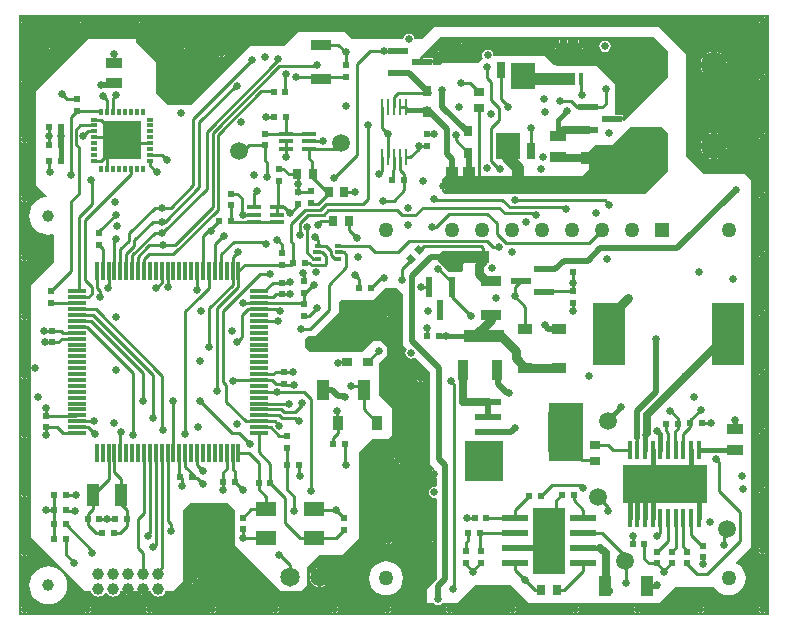
<source format=gtl>
%FSTAX24Y24*%
%MOIN*%
%SFA1B1*%

%IPPOS*%
%AMD36*
4,1,4,0.001400,-0.015300,0.015300,-0.001400,-0.001400,0.015300,-0.015300,0.001400,0.001400,-0.015300,0.0*
%
%ADD10R,0.043300X0.074800*%
%ADD11R,0.019700X0.023600*%
%ADD12R,0.023600X0.019700*%
%ADD13R,0.035400X0.031500*%
%ADD14R,0.031500X0.035400*%
%ADD15R,0.045300X0.013800*%
%ADD16R,0.040200X0.040200*%
%ADD17R,0.079900X0.090200*%
%ADD18R,0.029900X0.055100*%
%ADD19R,0.070900X0.023600*%
%ADD20R,0.031500X0.035400*%
%ADD21R,0.088000X0.067900*%
%ADD22R,0.015900X0.029900*%
%ADD23R,0.015900X0.039000*%
%ADD24R,0.037400X0.049200*%
%ADD25R,0.039400X0.066900*%
%ADD26R,0.055100X0.033500*%
%ADD27R,0.070900X0.035400*%
%ADD28R,0.059100X0.011800*%
%ADD29R,0.011800X0.059100*%
%ADD30R,0.126000X0.126000*%
%ADD31R,0.023600X0.011800*%
%ADD32R,0.011800X0.023600*%
%ADD33R,0.035400X0.031500*%
%ADD34R,0.110200X0.208700*%
%ADD35R,0.035400X0.070900*%
G04~CAMADD=36~9~0.0~0.0~197.0~236.0~0.0~0.0~0~0.0~0.0~0.0~0.0~0~0.0~0.0~0.0~0.0~0~0.0~0.0~0.0~225.0~306.0~305.0*
%ADD36D36*%
%ADD37R,0.083900X0.118100*%
%ADD38R,0.086600X0.019700*%
%ADD39R,0.023600X0.070900*%
%ADD40R,0.126000X0.096500*%
%ADD41R,0.017700X0.059100*%
%ADD42C,0.059100*%
%ADD43R,0.049200X0.037400*%
%ADD44R,0.086600X0.023600*%
%ADD45R,0.086600X0.137800*%
%ADD46R,0.019700X0.014800*%
%ADD47R,0.025600X0.011800*%
%ADD48R,0.039400X0.019700*%
%ADD49R,0.019700X0.039400*%
%ADD50R,0.011000X0.055100*%
%ADD51R,0.070900X0.047200*%
%ADD52C,0.010000*%
%ADD53C,0.020000*%
%ADD54C,0.015000*%
%ADD55C,0.030000*%
%ADD56C,0.040000*%
%ADD57C,0.025000*%
%ADD58C,0.018000*%
%ADD59C,0.031500*%
%ADD60C,0.040200*%
%ADD61C,0.019700*%
%ADD62R,0.118100X0.196900*%
%ADD63R,0.128000X0.137800*%
%ADD64R,0.110200X0.220500*%
%ADD65R,0.283500X0.126000*%
%ADD66C,0.003900*%
%ADD67C,0.050000*%
%ADD68R,0.050000X0.050000*%
%ADD69C,0.039400*%
%ADD70C,0.086600*%
%ADD71R,0.086600X0.086600*%
%ADD72C,0.065000*%
%ADD73C,0.025000*%
%LNee4951_bpm_reva-1*%
%LPD*%
G36*
X035Y006063D02*
X01D01*
Y008386*
Y026063*
X035*
Y006063*
G37*
%LNee4951_bpm_reva-2*%
%LPC*%
G36*
X023808Y008523D02*
X023741D01*
Y008456*
X023781Y008483*
X023808Y008523*
G37*
G36*
X022263Y00867D02*
X022223Y008643D01*
X022196Y008603*
X022263*
Y00867*
G37*
G36*
X022363D02*
Y008603D01*
X02243*
X022403Y008643*
X022363Y00867*
G37*
G36*
X022263Y008503D02*
X022196D01*
X022223Y008463*
X022263Y008436*
Y008503*
G37*
G36*
X02243D02*
X022363D01*
Y008436*
X022403Y008463*
X02243Y008503*
G37*
G36*
X023641Y008523D02*
X023574D01*
X023601Y008483*
X023641Y008456*
Y008523*
G37*
G36*
Y00869D02*
X023601Y008663D01*
X023574Y008623*
X023641*
Y00869*
G37*
G36*
X034753Y010147D02*
X034686D01*
X034713Y010107*
X034753Y01008*
Y010147*
G37*
G36*
X03492D02*
X034853D01*
Y01008*
X034893Y010107*
X03492Y010147*
G37*
G36*
X010147Y010235D02*
X010107Y010208D01*
X01008Y010168*
X010147*
Y010235*
G37*
G36*
X023741Y00869D02*
Y008623D01*
X023808*
X023781Y008663*
X023741Y00869*
G37*
G36*
X010147Y010068D02*
X01008D01*
X010107Y010028*
X010147Y010001*
Y010068*
G37*
G36*
X010314D02*
X010247D01*
Y010001*
X010287Y010028*
X010314Y010068*
G37*
G36*
X034853Y008345D02*
Y008278D01*
X03492*
X034893Y008318*
X034853Y008345*
G37*
G36*
X015956Y007282D02*
Y007215D01*
X016022*
X015996Y007255*
X015956Y007282*
G37*
G36*
X019978Y007644D02*
X019943Y007639D01*
X019864Y007607*
X019796Y007554*
X019744Y007487*
X019711Y007408*
X019707Y007373*
X019978*
Y007644*
G37*
G36*
X020078D02*
Y007373D01*
X020349*
X020344Y007408*
X020311Y007487*
X020259Y007554*
X020191Y007607*
X020112Y007639*
X020078Y007644*
G37*
G36*
X015856Y007115D02*
X015789D01*
X015815Y007075*
X015856Y007048*
Y007115*
G37*
G36*
X016022D02*
X015956D01*
Y007048*
X015996Y007075*
X016022Y007115*
G37*
G36*
X015856Y007282D02*
X015815Y007255D01*
X015789Y007215*
X015856*
Y007282*
G37*
G36*
X010147Y0081D02*
X01008D01*
X010107Y008059*
X010147Y008033*
Y0081*
G37*
G36*
Y008267D02*
X010107Y00824D01*
X01008Y0082*
X010147*
Y008267*
G37*
G36*
X010247D02*
Y0082D01*
X010314*
X010287Y00824*
X010247Y008267*
G37*
G36*
X034753Y008345D02*
X034713Y008318D01*
X034686Y008278*
X034753*
Y008345*
G37*
G36*
X010314Y0081D02*
X010247D01*
Y008033*
X010287Y008059*
X010314Y0081*
G37*
G36*
X034753Y008178D02*
X034686D01*
X034713Y008138*
X034753Y008111*
Y008178*
G37*
G36*
X03492D02*
X034853D01*
Y008111*
X034893Y008138*
X03492Y008178*
G37*
G36*
X010247Y010235D02*
Y010168D01*
X010314*
X010287Y010208*
X010247Y010235*
G37*
G36*
X010147Y014005D02*
X01008D01*
X010107Y013965*
X010147Y013938*
Y014005*
G37*
G36*
X010314D02*
X010247D01*
Y013938*
X010287Y013965*
X010314Y014005*
G37*
G36*
X023346Y014064D02*
X023306Y014037D01*
X023279Y013997*
X023346*
Y014064*
G37*
G36*
X034853Y012282D02*
Y012215D01*
X03492*
X034893Y012255*
X034853Y012282*
G37*
G36*
X023346Y013897D02*
X023279D01*
X023306Y013857*
X023346Y01383*
Y013897*
G37*
G36*
X023513D02*
X023446D01*
Y01383*
X023486Y013857*
X023513Y013897*
G37*
G36*
X023446Y014064D02*
Y013997D01*
X023513*
X023486Y014037*
X023446Y014064*
G37*
G36*
X010247Y014172D02*
Y014105D01*
X010314*
X010287Y014145*
X010247Y014172*
G37*
G36*
X034753Y014251D02*
X034713Y014224D01*
X034686Y014184*
X034753*
Y014251*
G37*
G36*
X034853D02*
Y014184D01*
X03492*
X034893Y014224*
X034853Y014251*
G37*
G36*
X034753Y014084D02*
X034686D01*
X034713Y014044*
X034753Y014017*
Y014084*
G37*
G36*
X03492D02*
X034853D01*
Y014017*
X034893Y014044*
X03492Y014084*
G37*
G36*
X010147Y014172D02*
X010107Y014145D01*
X01008Y014105*
X010147*
Y014172*
G37*
G36*
X034753Y012282D02*
X034713Y012255D01*
X034686Y012215*
X034753*
Y012282*
G37*
G36*
X022529Y011121D02*
X022462D01*
X022489Y011081*
X022529Y011054*
Y011121*
G37*
G36*
X022696D02*
X022629D01*
Y011054*
X022669Y011081*
X022696Y011121*
G37*
G36*
X022529Y011288D02*
X022489Y011261D01*
X022462Y011221*
X022529*
Y011288*
G37*
G36*
X034753Y010314D02*
X034713Y010287D01*
X034686Y010247*
X034753*
Y010314*
G37*
G36*
X034853D02*
Y010247D01*
X03492*
X034893Y010287*
X034853Y010314*
G37*
G36*
X023798Y010728D02*
X023732D01*
X023758Y010687*
X023798Y010661*
Y010728*
G37*
G36*
X022629Y011288D02*
Y011221D01*
X022696*
X022669Y011261*
X022629Y011288*
G37*
G36*
X03492Y012115D02*
X034853D01*
Y012048*
X034893Y012075*
X03492Y012115*
G37*
G36*
X010147Y012204D02*
X010107Y012177D01*
X01008Y012137*
X010147*
Y012204*
G37*
G36*
X010247D02*
Y012137D01*
X010314*
X010287Y012177*
X010247Y012204*
G37*
G36*
X010147Y012037D02*
X01008D01*
X010107Y011996*
X010147Y01197*
Y012037*
G37*
G36*
X010314D02*
X010247D01*
Y01197*
X010287Y011996*
X010314Y012037*
G37*
G36*
X034753Y012115D02*
X034686D01*
X034713Y012075*
X034753Y012048*
Y012115*
G37*
G36*
X020349Y007273D02*
X020078D01*
Y007002*
X020112Y007006*
X020191Y007039*
X020259Y007091*
X020311Y007159*
X020344Y007238*
X020349Y007273*
G37*
G36*
X026574Y00621D02*
X026507D01*
Y006143*
X026547Y00617*
X026574Y00621*
G37*
G36*
X028493D02*
X028426D01*
X028453Y00617*
X028493Y006143*
Y00621*
G37*
G36*
X02866D02*
X028593D01*
Y006143*
X028633Y00617*
X02866Y00621*
G37*
G36*
X02432D02*
X024253D01*
X02428Y00617*
X02432Y006143*
Y00621*
G37*
G36*
X024487D02*
X02442D01*
Y006143*
X02446Y00617*
X024487Y00621*
G37*
G36*
X026407D02*
X02634D01*
X026367Y00617*
X026407Y006143*
Y00621*
G37*
G36*
X03058D02*
X030513D01*
X03054Y00617*
X03058Y006143*
Y00621*
G37*
G36*
X034753D02*
X034686D01*
X034713Y00617*
X034753Y006143*
Y00621*
G37*
G36*
X03492D02*
X034853D01*
Y006143*
X034893Y00617*
X03492Y00621*
G37*
G36*
X010147Y006377D02*
X010107Y00635D01*
X01008Y00631*
X010147*
Y006377*
G37*
G36*
X030747Y00621D02*
X03068D01*
Y006143*
X03072Y00617*
X030747Y00621*
G37*
G36*
X032667D02*
X0326D01*
X032626Y00617*
X032667Y006143*
Y00621*
G37*
G36*
X032833D02*
X032767D01*
Y006143*
X032807Y00617*
X032833Y00621*
G37*
G36*
X0224D02*
X022333D01*
Y006143*
X022374Y00617*
X0224Y00621*
G37*
G36*
X0124D02*
X012333D01*
Y006143*
X012374Y00617*
X0124Y00621*
G37*
G36*
X01432D02*
X014253D01*
X01428Y00617*
X01432Y006143*
Y00621*
G37*
G36*
X014487D02*
X01442D01*
Y006143*
X01446Y00617*
X014487Y00621*
G37*
G36*
X010147D02*
X01008D01*
X010107Y00617*
X010147Y006143*
Y00621*
G37*
G36*
X010314D02*
X010247D01*
Y006143*
X010287Y00617*
X010314Y00621*
G37*
G36*
X012233D02*
X012167D01*
X012193Y00617*
X012233Y006143*
Y00621*
G37*
G36*
X016407D02*
X01634D01*
X016367Y00617*
X016407Y006143*
Y00621*
G37*
G36*
X020462D02*
X020395D01*
X020422Y00617*
X020462Y006143*
Y00621*
G37*
G36*
X020629D02*
X020562D01*
Y006143*
X020602Y00617*
X020629Y00621*
G37*
G36*
X022233D02*
X022167D01*
X022193Y00617*
X022233Y006143*
Y00621*
G37*
G36*
X016574D02*
X016507D01*
Y006143*
X016547Y00617*
X016574Y00621*
G37*
G36*
X018493D02*
X018426D01*
X018453Y00617*
X018493Y006143*
Y00621*
G37*
G36*
X01866D02*
X018593D01*
Y006143*
X018633Y00617*
X01866Y00621*
G37*
G36*
X010247Y006377D02*
Y00631D01*
X010314*
X010287Y00635*
X010247Y006377*
G37*
G36*
X028593D02*
Y00631D01*
X02866*
X028633Y00635*
X028593Y006377*
G37*
G36*
X03058D02*
X03054Y00635D01*
X030513Y00631*
X03058*
Y006377*
G37*
G36*
X03068D02*
Y00631D01*
X030747*
X03072Y00635*
X03068Y006377*
G37*
G36*
X026407D02*
X026367Y00635D01*
X02634Y00631*
X026407*
Y006377*
G37*
G36*
X026507D02*
Y00631D01*
X026574*
X026547Y00635*
X026507Y006377*
G37*
G36*
X028493D02*
X028453Y00635D01*
X028426Y00631*
X028493*
Y006377*
G37*
G36*
X032667D02*
X032626Y00635D01*
X0326Y00631*
X032667*
Y006377*
G37*
G36*
X010984Y007681D02*
X010861Y007669D01*
X010742Y007633*
X010632Y007574*
X010536Y007495*
X010457Y007399*
X010399Y00729*
X010363Y007171*
X01035Y007047*
X010363Y006924*
X010399Y006805*
X010457Y006695*
X010536Y006599*
X010632Y00652*
X010742Y006462*
X010861Y006426*
X010984Y006413*
X011108Y006426*
X011227Y006462*
X011336Y00652*
X011432Y006599*
X011511Y006695*
X01157Y006805*
X011606Y006924*
X011618Y007047*
X011606Y007171*
X01157Y00729*
X011511Y007399*
X011432Y007495*
X011336Y007574*
X011227Y007633*
X011108Y007669*
X010984Y007681*
G37*
G36*
X022244Y007848D02*
X022098Y007829D01*
X021962Y007773*
X021845Y007683*
X021755Y007566*
X021699Y00743*
X021679Y007283*
X021699Y007137*
X021755Y007001*
X021845Y006884*
X02195Y006803*
X021962Y006794*
X022098Y006738*
X022244Y006719*
X02239Y006738*
X022527Y006794*
X022643Y006884*
X022733Y007001*
X02279Y007137*
X022809Y007283*
X02279Y00743*
X022733Y007566*
X022643Y007683*
X022527Y007773*
X02239Y007829*
X022244Y007848*
G37*
G36*
X019978Y007273D02*
X019707D01*
X019711Y007238*
X019744Y007159*
X019796Y007091*
X019864Y007039*
X019943Y007006*
X019978Y007002*
Y007273*
G37*
G36*
X032767Y006377D02*
Y00631D01*
X032833*
X032807Y00635*
X032767Y006377*
G37*
G36*
X034753D02*
X034713Y00635D01*
X034686Y00631*
X034753*
Y006377*
G37*
G36*
X034853D02*
Y00631D01*
X03492*
X034893Y00635*
X034853Y006377*
G37*
G36*
X02442D02*
Y00631D01*
X024487*
X02446Y00635*
X02442Y006377*
G37*
G36*
X01442D02*
Y00631D01*
X014487*
X01446Y00635*
X01442Y006377*
G37*
G36*
X016407D02*
X016367Y00635D01*
X01634Y00631*
X016407*
Y006377*
G37*
G36*
X016507D02*
Y00631D01*
X016574*
X016547Y00635*
X016507Y006377*
G37*
G36*
X012233D02*
X012193Y00635D01*
X012167Y00631*
X012233*
Y006377*
G37*
G36*
X012333D02*
Y00631D01*
X0124*
X012374Y00635*
X012333Y006377*
G37*
G36*
X01432D02*
X01428Y00635D01*
X014253Y00631*
X01432*
Y006377*
G37*
G36*
X018493D02*
X018453Y00635D01*
X018426Y00631*
X018493*
Y006377*
G37*
G36*
X022233D02*
X022193Y00635D01*
X022167Y00631*
X022233*
Y006377*
G37*
G36*
X022333D02*
Y00631D01*
X0224*
X022374Y00635*
X022333Y006377*
G37*
G36*
X02432D02*
X02428Y00635D01*
X024253Y00631*
X02432*
Y006377*
G37*
G36*
X018593D02*
Y00631D01*
X01866*
X018633Y00635*
X018593Y006377*
G37*
G36*
X020462D02*
X020422Y00635D01*
X020395Y00631*
X020462*
Y006377*
G37*
G36*
X020562D02*
Y00631D01*
X020629*
X020602Y00635*
X020562Y006377*
G37*
G36*
X016702Y024733D02*
X016635D01*
X016662Y024693*
X016702Y024667*
Y024733*
G37*
G36*
X016869D02*
X016802D01*
Y024667*
X016842Y024693*
X016869Y024733*
G37*
G36*
X033219Y02484D02*
Y024459D01*
X0336*
X033591Y024523*
X033548Y024628*
X033478Y024718*
X033388Y024788*
X033282Y024831*
X033219Y02484*
G37*
G36*
X034853Y024093D02*
Y024026D01*
X03492*
X034893Y024067*
X034853Y024093*
G37*
G36*
X033119Y02484D02*
X033056Y024831D01*
X032951Y024788*
X03286Y024718*
X032791Y024628*
X032747Y024523*
X032739Y024459*
X033119*
Y02484*
G37*
G36*
X011032Y02496D02*
X010965D01*
Y024893*
X011005Y02492*
X011032Y02496*
G37*
G36*
X015373D02*
X015306D01*
X015333Y02492*
X015373Y024893*
Y02496*
G37*
G36*
X010865D02*
X010798D01*
X010825Y02492*
X010865Y024893*
Y02496*
G37*
G36*
X016702Y0249D02*
X016662Y024874D01*
X016635Y024833*
X016702*
Y0249*
G37*
G36*
X016802D02*
Y024833D01*
X016869*
X016842Y024874*
X016802Y0249*
G37*
G36*
X034753Y024093D02*
X034713Y024067D01*
X034686Y024026*
X034753*
Y024093*
G37*
G36*
X010314Y023848D02*
X010247D01*
Y023781*
X010287Y023808*
X010314Y023848*
G37*
G36*
X034753Y023926D02*
X034686D01*
X034713Y023886*
X034753Y023859*
Y023926*
G37*
G36*
X010147Y023848D02*
X01008D01*
X010107Y023808*
X010147Y023781*
Y023848*
G37*
G36*
X034753Y022125D02*
X034713Y022098D01*
X034686Y022058*
X034753*
Y022125*
G37*
G36*
X034853D02*
Y022058D01*
X03492*
X034893Y022098*
X034853Y022125*
G37*
G36*
X033119Y024359D02*
X032739D01*
X032747Y024296*
X032791Y024191*
X03286Y024101*
X032951Y024031*
X033056Y023988*
X033119Y023979*
Y024359*
G37*
G36*
X0336D02*
X033219D01*
Y023979*
X033282Y023988*
X033388Y024031*
X033478Y024101*
X033548Y024191*
X033591Y024296*
X0336Y024359*
G37*
G36*
X010247Y024015D02*
Y023948D01*
X010314*
X010287Y023988*
X010247Y024015*
G37*
G36*
X03492Y023926D02*
X034853D01*
Y023859*
X034893Y023886*
X03492Y023926*
G37*
G36*
X010147Y024015D02*
X010107Y023988D01*
X01008Y023948*
X010147*
Y024015*
G37*
G36*
X01554Y02496D02*
X015473D01*
Y024893*
X015513Y02492*
X01554Y02496*
G37*
G36*
X010247Y025983D02*
Y025916D01*
X010314*
X010287Y025956*
X010247Y025983*
G37*
G36*
X012115D02*
X012075Y025956D01*
X012048Y025916*
X012115*
Y025983*
G37*
G36*
X010147D02*
X010107Y025956D01*
X01008Y025916*
X010147*
Y025983*
G37*
G36*
X034753Y025816D02*
X034686D01*
X034713Y025776*
X034753Y025749*
Y025816*
G37*
G36*
X03492D02*
X034853D01*
Y025749*
X034893Y025776*
X03492Y025816*
G37*
G36*
X034753Y025983D02*
X034713Y025956D01*
X034686Y025916*
X034753*
Y025983*
G37*
G36*
X034853D02*
Y025916D01*
X03492*
X034893Y025956*
X034853Y025983*
G37*
G36*
X014184D02*
Y025916D01*
X014251*
X014224Y025956*
X014184Y025983*
G37*
G36*
X012215D02*
Y025916D01*
X012282*
X012255Y025956*
X012215Y025983*
G37*
G36*
X014084D02*
X014044Y025956D01*
X014017Y025916*
X014084*
Y025983*
G37*
G36*
X014251Y025816D02*
X014184D01*
Y025749*
X014224Y025776*
X014251Y025816*
G37*
G36*
X015473Y025127D02*
Y02506D01*
X01554*
X015513Y0251*
X015473Y025127*
G37*
G36*
X031339Y025669D02*
X023858D01*
X023465Y025276*
X023187*
X023176Y025328*
X023135Y025389*
X023074Y02543*
X023002Y025445*
X02293Y02543*
X022869Y025389*
X022828Y025328*
X022817Y025276*
X021102*
X020866Y025512*
X019331*
X018858Y025039*
X017717*
X015748Y023071*
X014961*
X014567Y023465*
Y023701*
Y024488*
X013898Y025157*
Y025276*
X012323*
X010591Y023543*
Y020394*
X010939Y020045*
X010922Y019998*
X010861Y019992*
X010742Y019956*
X010632Y019897*
X010536Y019818*
X010457Y019722*
X010399Y019613*
X010363Y019494*
X01035Y01937*
X010363Y019246*
X010399Y019127*
X010457Y019018*
X010536Y018922*
X010632Y018843*
X010742Y018784*
X010861Y018748*
X010984Y018736*
X011108Y018748*
X011141Y018758*
X011181Y018729*
Y017835*
X010394Y017047*
Y008661*
X012205Y00685*
X012399*
X012417Y006806*
X012459Y006752*
X012512Y006711*
X012575Y006685*
X012642Y006676*
X012709Y006685*
X012771Y006711*
X012825Y006752*
X012864Y006803*
X012881Y006806*
X012903*
X012919Y006803*
X012959Y006752*
X013012Y006711*
X013075Y006685*
X013142Y006676*
X013209Y006685*
X013271Y006711*
X013325Y006752*
X013366Y006806*
X013385Y00685*
X013462*
X0135Y006793*
X013565Y00675*
X013592Y006744*
Y006935*
X013692*
Y006744*
X013719Y00675*
X013784Y006793*
X013822Y00685*
X013962*
X014Y006793*
X014065Y00675*
X014092Y006744*
Y006935*
X014192*
Y006744*
X014219Y00675*
X014284Y006793*
X014322Y00685*
X014399*
X014417Y006806*
X014459Y006752*
X014512Y006711*
X014575Y006685*
X014642Y006676*
X014709Y006685*
X014771Y006711*
X014825Y006752*
X014866Y006806*
X014885Y00685*
X015128*
X015125Y006857*
X015472Y007205*
Y009567*
X015709Y009803*
X016968*
X017205Y009567*
Y008386*
X018733Y006857*
X018731Y00685*
X019409*
X019606Y007047*
Y007677*
X02Y008071*
X020787*
X021181Y008465*
X021339Y008622*
Y01122*
Y011496*
X021772Y011929*
X022323*
X022441Y012047*
Y012953*
X022008Y013386*
Y014449*
X022283Y014724*
Y015*
X022087Y015197*
X021811*
X021457Y014843*
X019685*
X019528Y015*
Y015236*
X019646Y015354*
X019882*
X020669Y016142*
Y016496*
X020748Y016575*
X021811*
X022205Y016968*
X022598*
X022795Y016772*
Y015197*
Y015079*
X022938Y014936*
X022937Y014927*
X022897Y014865*
X022882Y014793*
X022897Y014721*
X022937Y01466*
X022999Y014619*
X023071Y014605*
X023143Y014619*
X023204Y01466*
X023213Y014661*
X023701Y014173*
Y011102*
X023851Y010953*
X02385Y010948*
X023831Y010902*
X0238Y010895*
X023758Y010868*
X023732Y010828*
X023848*
Y010778*
X023898*
Y010652*
X023937Y010631*
Y010372*
X023887Y010331*
X023858Y010336*
X023786Y010322*
X023725Y010281*
X023684Y01022*
X02367Y010148*
X023684Y010075*
X023725Y010014*
X023786Y009973*
X023858Y009959*
X023887Y009965*
X023937Y009924*
Y009803*
Y007244*
X023622Y006929*
Y006457*
X023849*
X023853Y006451*
X023914Y00641*
X023986Y006396*
X024058Y00641*
X02412Y006451*
X024123Y006457*
X024606*
X025197Y007047*
X026417*
X027008Y006457*
X031339*
X03189Y007008*
X033071*
X033109Y007046*
X033158Y007036*
X033172Y007001*
X033262Y006884*
X033379Y006794*
X033515Y006738*
X033661Y006719*
X033808Y006738*
X033944Y006794*
X034061Y006884*
X034151Y007001*
X034207Y007137*
X034226Y007283*
X034207Y00743*
X034151Y007566*
X034061Y007683*
X033944Y007773*
X033909Y007787*
X033899Y007836*
X034409Y008346*
Y020551*
X034213Y020748*
X032835*
X032244Y021339*
Y024764*
X031339Y025669*
G37*
G36*
X015373Y025127D02*
X015333Y0251D01*
X015306Y02506*
X015373*
Y025127*
G37*
G36*
X010865D02*
X010825Y0251D01*
X010798Y02506*
X010865*
Y025127*
G37*
G36*
X010965D02*
Y02506D01*
X011032*
X011005Y0251*
X010965Y025127*
G37*
G36*
X012282Y025816D02*
X012215D01*
Y025749*
X012255Y025776*
X012282Y025816*
G37*
G36*
X014084D02*
X014017D01*
X014044Y025776*
X014084Y025749*
Y025816*
G37*
G36*
X012115D02*
X012048D01*
X012075Y025776*
X012115Y025749*
Y025816*
G37*
G36*
X010147D02*
X01008D01*
X010107Y025776*
X010147Y025749*
Y025816*
G37*
G36*
X010314D02*
X010247D01*
Y025749*
X010287Y025776*
X010314Y025816*
G37*
G36*
X010247Y022046D02*
Y021979D01*
X010314*
X010287Y022019*
X010247Y022046*
G37*
G36*
X010147Y020078D02*
X010107Y020051D01*
X01008Y020011*
X010147*
Y020078*
G37*
G36*
X010247D02*
Y020011D01*
X010314*
X010287Y020051*
X010247Y020078*
G37*
G36*
X034753Y019989D02*
X034686D01*
X034713Y019949*
X034753Y019922*
Y019989*
G37*
G36*
X03492D02*
X034853D01*
Y019922*
X034893Y019949*
X03492Y019989*
G37*
G36*
X034853Y016219D02*
Y016152D01*
X03492*
X034893Y016192*
X034853Y016219*
G37*
G36*
X034753Y020156D02*
X034713Y020129D01*
X034686Y020089*
X034753*
Y020156*
G37*
G36*
X034853D02*
Y020089D01*
X03492*
X034893Y020129*
X034853Y020156*
G37*
G36*
X034753Y016219D02*
X034713Y016192D01*
X034686Y016152*
X034753*
Y016219*
G37*
G36*
X022235Y01619D02*
Y016123D01*
X022302*
X022275Y016163*
X022235Y01619*
G37*
G36*
X010314Y019911D02*
X010247D01*
Y019844*
X010287Y019871*
X010314Y019911*
G37*
G36*
X034753Y018188D02*
X034713Y018161D01*
X034686Y018121*
X034753*
Y018188*
G37*
G36*
X034853D02*
Y018121D01*
X03492*
X034893Y018161*
X034853Y018188*
G37*
G36*
X010147Y018109D02*
X010107Y018082D01*
X01008Y018042*
X010147*
Y018109*
G37*
G36*
X010247D02*
Y018042D01*
X010314*
X010287Y018082*
X010247Y018109*
G37*
G36*
X03492Y018021D02*
X034853D01*
Y017954*
X034893Y017981*
X03492Y018021*
G37*
G36*
X010147Y017942D02*
X01008D01*
X010107Y017902*
X010147Y017875*
Y017942*
G37*
G36*
Y019911D02*
X01008D01*
X010107Y019871*
X010147Y019844*
Y019911*
G37*
G36*
X034753Y018021D02*
X034686D01*
X034713Y017981*
X034753Y017954*
Y018021*
G37*
G36*
X010314Y017942D02*
X010247D01*
Y017875*
X010287Y017902*
X010314Y017942*
G37*
G36*
X022135Y01619D02*
X022095Y016163D01*
X022068Y016123*
X022135*
Y01619*
G37*
G36*
X010147Y015974D02*
X01008D01*
X010107Y015934*
X010147Y015907*
Y015974*
G37*
G36*
X033219Y022123D02*
Y021743D01*
X0336*
X033591Y021806*
X033548Y021911*
X033478Y022002*
X033388Y022071*
X033282Y022115*
X033219Y022123*
G37*
G36*
X010314Y015974D02*
X010247D01*
Y015907*
X010287Y015934*
X010314Y015974*
G37*
G36*
X033119Y022123D02*
X033056Y022115D01*
X032951Y022071*
X03286Y022002*
X032791Y021911*
X032747Y021806*
X032739Y021743*
X033119*
Y022123*
G37*
G36*
X010147Y021879D02*
X01008D01*
X010107Y021839*
X010147Y021812*
Y021879*
G37*
G36*
X03492Y021958D02*
X034853D01*
Y021891*
X034893Y021918*
X03492Y021958*
G37*
G36*
X010147Y022046D02*
X010107Y022019D01*
X01008Y021979*
X010147*
Y022046*
G37*
G36*
X010314Y021879D02*
X010247D01*
Y021812*
X010287Y021839*
X010314Y021879*
G37*
G36*
X034753Y021958D02*
X034686D01*
X034713Y021918*
X034753Y021891*
Y021958*
G37*
G36*
X022135Y016023D02*
X022068D01*
X022095Y015983*
X022135Y015956*
Y016023*
G37*
G36*
X03492Y016052D02*
X034853D01*
Y015985*
X034893Y016012*
X03492Y016052*
G37*
G36*
X034753D02*
X034686D01*
X034713Y016012*
X034753Y015985*
Y016052*
G37*
G36*
X010247Y016141D02*
Y016074D01*
X010314*
X010287Y016114*
X010247Y016141*
G37*
G36*
X010147D02*
X010107Y016114D01*
X01008Y016074*
X010147*
Y016141*
G37*
G36*
X0336Y021643D02*
X033219D01*
Y021263*
X033282Y021271*
X033388Y021315*
X033478Y021384*
X033548Y021475*
X033591Y02158*
X0336Y021643*
G37*
G36*
X022302Y016023D02*
X022235D01*
Y015956*
X022275Y015983*
X022302Y016023*
G37*
G36*
X033119Y021643D02*
X032739D01*
X032747Y02158*
X032791Y021475*
X03286Y021384*
X032951Y021315*
X033056Y021271*
X033119Y021263*
Y021643*
G37*
%LNee4951_bpm_reva-3*%
%LPD*%
G36*
X024892Y017953D02*
Y017854D01*
X024793Y017756*
Y017569*
X024734Y01751*
X024341*
X023986Y017864*
Y018061*
X024124Y018199*
X024774*
X024892Y017953*
G37*
G36*
X031644Y022126D02*
Y020876D01*
X030866Y020098*
X024193*
X024099Y020193*
X024123Y020239*
X024134Y020237*
X024183Y020246*
X024224Y020274*
X024251Y020314*
X024134*
Y020413*
X024094*
Y02061*
X024193Y020709*
X028799*
X029016Y020925*
Y020984*
Y021039*
Y021535*
X029086Y021605*
X029213Y021732*
X029793*
X030187Y022126*
X030384Y022323*
X031447*
X031644Y022126*
G37*
G36*
X031634Y024852D02*
Y023976D01*
X03018Y022523*
X03013Y022544*
Y022557*
X029776*
Y022657*
X03013*
Y022725*
X029862*
Y02376*
X029272Y02435*
X028834*
X028786Y024355*
Y0244*
Y024645*
X028346*
X027906*
Y024408*
X027857Y024388*
X027539Y024705*
X025827*
X025819Y024715*
X025804Y024787*
X025763Y024848*
X025702Y024889*
X02563Y024903*
X025558Y024889*
X025497Y024848*
X025456Y024787*
X025441Y024715*
X025456Y024642*
X025465Y024628*
X025315Y024478*
X024134*
X024035Y02438*
X023792*
Y024447*
X023437*
Y024497*
X023387*
Y024622*
X023372Y024661*
X024055Y025344*
X031142*
X031634Y024852*
G37*
%LNee4951_bpm_reva-4*%
%LPC*%
G36*
X028296Y025238D02*
X028267D01*
Y025139*
X028296*
Y025238*
G37*
G36*
X028426D02*
X028397D01*
Y025139*
X028426*
Y025238*
G37*
G36*
X028556D02*
X028526D01*
Y025139*
X028556*
Y025238*
G37*
G36*
X024706Y025284D02*
Y025217D01*
X024772*
X024746Y025257*
X024706Y025284*
G37*
G36*
X024606D02*
X024565Y025257D01*
X024539Y025217*
X024606*
Y025284*
G37*
G36*
X028167Y025238D02*
X028137D01*
Y025139*
X028167*
Y025238*
G37*
G36*
X031437Y024843D02*
X031054D01*
Y024459*
X031437*
Y024843*
G37*
G36*
X030954Y021643D02*
X030571D01*
Y02126*
X030954*
Y021643*
G37*
G36*
X023792Y024615D02*
X023487D01*
Y024547*
X023792*
Y024615*
G37*
G36*
X024044Y024861D02*
X023978D01*
X024004Y024821*
X024044Y024794*
Y024861*
G37*
G36*
X028556Y025039D02*
X028476D01*
X028397*
Y025034*
X028396*
Y024745*
X028786*
Y024939*
X028816*
Y025039*
X028736*
X028656*
Y025034*
X028556*
Y025039*
G37*
G36*
X030954Y024843D02*
X030571D01*
Y024459*
X030954*
Y024843*
G37*
G36*
Y024359D02*
X030571D01*
Y023976*
X030954*
Y024359*
G37*
G36*
X031437Y022126D02*
X031054D01*
Y021743*
X031437*
Y022126*
G37*
G36*
Y024359D02*
X031054D01*
Y023976*
X031437*
Y024359*
G37*
G36*
Y021643D02*
X031054D01*
Y02126*
X031437*
Y021643*
G37*
G36*
X030954Y022126D02*
X030571D01*
Y021743*
X030954*
Y022126*
G37*
G36*
X027907Y025238D02*
X027877D01*
Y025139*
X027907*
Y025238*
G37*
G36*
X024772Y025117D02*
X024706D01*
Y02505*
X024746Y025077*
X024772Y025117*
G37*
G36*
X028686Y025238D02*
X028656D01*
Y025139*
X028686*
Y025238*
G37*
G36*
X028816D02*
X028786D01*
Y025139*
X028816*
Y025238*
G37*
G36*
X028036D02*
X028007D01*
Y025139*
X028036*
Y025238*
G37*
G36*
X024606Y025117D02*
X024539D01*
X024565Y025077*
X024606Y02505*
Y025117*
G37*
G36*
X029537Y025208D02*
X029465Y025194D01*
X029404Y025153*
X029363Y025092*
X029349Y02502*
X029363Y024948*
X029404Y024886*
X029465Y024845*
X029537Y024831*
X02961Y024845*
X029671Y024886*
X029712Y024948*
X029726Y02502*
X029712Y025092*
X029671Y025153*
X02961Y025194*
X029537Y025208*
G37*
G36*
X024211Y024861D02*
X024144D01*
Y024794*
X024185Y024821*
X024211Y024861*
G37*
G36*
X024044Y025028D02*
X024004Y025002D01*
X023978Y024961*
X024044*
Y025028*
G37*
G36*
X028296Y025039D02*
X028217D01*
X028137*
Y025034*
X028036*
Y025039*
X027957*
X027877*
Y024939*
X027906*
Y024745*
X028296*
Y025034*
Y025039*
G37*
G36*
X024144Y025028D02*
Y024961D01*
X024211*
X024185Y025002*
X024144Y025028*
G37*
%LNee4951_bpm_reva-5*%
%LPD*%
G54D10*
X013406Y010079D03*
X012461D03*
G54D11*
X013169Y008789D03*
X012776D03*
X013218Y009262D03*
X013612D03*
X012687D03*
X012293D03*
X011565Y008583D03*
X011171D03*
X011565Y009085D03*
X011171D03*
X011565Y009567D03*
X011171D03*
X011565Y010059D03*
X011171D03*
X021732Y016949D03*
X021339D03*
X017077Y019203D03*
X016683D03*
X032372Y012451D03*
X032766D03*
X02811Y010079D03*
X028504D03*
X019547Y017805D03*
X019154D03*
X015384Y01065D03*
X015778D03*
X018888Y023504D03*
X018494D03*
X011014Y022323D03*
X011407D03*
X017215Y010492D03*
X016821D03*
X011014Y021732D03*
X011407D03*
X018514Y022657D03*
X018907D03*
X011024Y021211D03*
X011417D03*
X018957Y011053D03*
X01935D03*
X018386Y010472D03*
X017992D03*
X030463Y008425D03*
X030856D03*
X025364Y00878D03*
X02497D03*
X031959Y012441D03*
X031565D03*
X020876Y011772D03*
X020482D03*
X027008Y010039D03*
X027402D03*
X025197Y009281D03*
X025591D03*
X024016Y015354D03*
X023622D03*
X022441Y020561D03*
X022835D03*
G54D12*
X012667Y01878D03*
Y018386D03*
X017077Y020108D03*
Y019715D03*
X011073Y016457D03*
Y01685D03*
X019301Y019764D03*
Y020157D03*
X01876Y017746D03*
Y01814D03*
X018199Y021713D03*
Y022106D03*
X020915Y02439D03*
Y023996D03*
X018789Y016752D03*
Y017146D03*
X018848Y01376D03*
Y014154D03*
X010906Y012315D03*
Y012709D03*
X011122Y015148D03*
Y015541D03*
X011949Y022874D03*
Y023268D03*
X01748Y008917D03*
Y009311D03*
X020837Y009281D03*
Y008888D03*
X018671Y020935D03*
Y020541D03*
X019754Y020187D03*
Y019793D03*
X018957Y011644D03*
Y012037D03*
X025404Y008189D03*
Y007795D03*
X032795Y007982D03*
Y008376D03*
X024892Y007795D03*
Y008189D03*
X028465Y01748D03*
Y017874D03*
Y016457D03*
Y01685D03*
X032283Y007785D03*
Y008179D03*
X031762Y007785D03*
Y008179D03*
X03126Y007785D03*
Y008179D03*
X023593Y021693D03*
Y022087D03*
X019498Y016811D03*
Y017205D03*
X019508Y016427D03*
Y016033D03*
G54D13*
X020935Y014508D03*
X021644D03*
G54D14*
X023593Y022835D03*
Y023543D03*
X02499Y021476D03*
Y022185D03*
G54D15*
X017854Y019665D03*
Y019409D03*
Y019154D03*
X018602D03*
Y019409D03*
Y019665D03*
X018917Y021594D03*
Y02185D03*
Y022106D03*
X019665D03*
Y02185D03*
Y021594D03*
G54D16*
X025037Y015354D03*
X025986D03*
X025474Y018002D03*
X024526D03*
G54D17*
X026815Y024039D03*
X026315Y021689D03*
G54D18*
X026065Y024215D03*
X027065Y021514D03*
G54D19*
X029776Y022607D03*
X028989Y022233D03*
Y022981D03*
X02265Y024871D03*
Y024123D03*
X023437Y024497D03*
X02673Y017206D03*
X027517Y01758D03*
Y016832D03*
G54D20*
X020994Y019193D03*
X020482D03*
X020335Y020157D03*
X020846D03*
X019282Y020768D03*
X019793D03*
X027933Y00689D03*
X027421D03*
G54D21*
X028346Y024695D03*
G54D22*
X027957Y025089D03*
X028217D03*
X028476D03*
X028736D03*
G54D23*
X028736Y023913D03*
X028476D03*
X028217D03*
X027957D03*
G54D24*
X021949Y01247D03*
X02065D03*
G54D25*
X020128Y013553D03*
X021506D03*
X029557Y007037D03*
X030935D03*
G54D26*
X013169Y023789D03*
Y024478D03*
X033868Y011575D03*
Y012264D03*
X027972Y021339D03*
Y022028D03*
G54D27*
X020069Y025069D03*
Y023927D03*
X025728Y017205D03*
Y016063D03*
G54D28*
X011929Y01685D03*
Y016654D03*
Y016457D03*
Y01626D03*
Y016063D03*
Y015866D03*
Y015669D03*
Y015472D03*
Y015276D03*
Y015079D03*
Y014882D03*
Y014685D03*
Y014488D03*
Y014291D03*
Y014094D03*
Y013898D03*
Y013701D03*
Y013504D03*
Y013307D03*
Y01311D03*
Y012913D03*
Y012717D03*
Y01252D03*
Y012323D03*
Y012126D03*
X017992D03*
Y012323D03*
Y01252D03*
Y012717D03*
Y012913D03*
Y01311D03*
Y013307D03*
Y013504D03*
Y013701D03*
Y013898D03*
Y014094D03*
Y014291D03*
Y014488D03*
Y014685D03*
Y014882D03*
Y015079D03*
Y015276D03*
Y015472D03*
Y015669D03*
Y015866D03*
Y016063D03*
Y01626D03*
Y016457D03*
Y016654D03*
Y01685D03*
G54D29*
X012598Y011457D03*
X012795D03*
X012992D03*
X013189D03*
X013386D03*
X013583D03*
X01378D03*
X013976D03*
X014173D03*
X01437D03*
X014567D03*
X014764D03*
X014961D03*
X015157D03*
X015354D03*
X015551D03*
X015748D03*
X015945D03*
X016339D03*
X016535D03*
X016732D03*
X016929D03*
X017126D03*
X017323D03*
Y01752D03*
X017126D03*
X016929D03*
X016732D03*
X016535D03*
X016339D03*
X016142D03*
X015945D03*
X015748D03*
X015551D03*
X015354D03*
X015157D03*
X014961D03*
X014764D03*
X014567D03*
X01437D03*
X014173D03*
X013976D03*
X01378D03*
X013583D03*
X013386D03*
X013189D03*
X012992D03*
X012795D03*
X012598D03*
X016142Y011457D03*
G54D30*
X013445Y02189D03*
G54D31*
X01439Y021201D03*
Y021398D03*
Y021594D03*
Y021791D03*
Y021988D03*
Y022185D03*
Y022382D03*
Y022579D03*
X0125D03*
Y022382D03*
Y022185D03*
Y021988D03*
Y021791D03*
Y021594D03*
Y021398D03*
Y021201D03*
G54D32*
X014134Y022835D03*
X013937D03*
X01374D03*
X013543D03*
X013346D03*
X01315D03*
X012953D03*
X012756D03*
Y020945D03*
X012953D03*
X01315D03*
X013346D03*
X013543D03*
X01374D03*
X013937D03*
X014134D03*
G54D33*
X029213Y011713D03*
Y011201D03*
X025344Y022972D03*
Y023484D03*
G54D34*
X029665Y015433D03*
X033642D03*
G54D35*
X024813Y014232D03*
X025955D03*
G54D36*
X023348Y01822D03*
X023069Y017942D03*
G54D37*
X027677Y008543D03*
G54D38*
X026545Y007793D03*
Y008293D03*
Y008793D03*
Y009293D03*
X028809D03*
Y008793D03*
Y008293D03*
Y007793D03*
G54D39*
X024054Y016218D03*
X02368Y017005D03*
X024428D03*
G54D40*
X031516Y010433D03*
G54D41*
X030364Y011575D03*
X03062D03*
X030876D03*
X031132D03*
X031388D03*
X031644D03*
X0319D03*
X032156D03*
X032411D03*
X032667D03*
Y009291D03*
X032411D03*
X032156D03*
X0319D03*
X031644D03*
X031388D03*
X031132D03*
X030876D03*
X03062D03*
X030364D03*
G54D42*
X017343Y021545D03*
X029311Y01D03*
X033612Y008937D03*
X030207Y007864D03*
X029656Y01252D03*
X020748Y021811D03*
G54D43*
X027992Y01561D03*
Y014311D03*
X02689Y01561D03*
Y014311D03*
G54D44*
X02563Y013175D03*
Y012675D03*
Y012175D03*
Y011675D03*
Y011175D03*
G54D45*
X028071Y012175D03*
G54D46*
X02065Y018361D03*
Y017938D03*
X01998D03*
Y018361D03*
G54D47*
X020679Y01815D03*
X019951D03*
G54D48*
X026644Y02061D03*
Y020886D03*
X02502Y02061D03*
Y020886D03*
X024429Y02061D03*
Y020886D03*
G54D49*
X029134Y021299D03*
X028858D03*
G54D50*
X022904Y022998D03*
X022707D03*
X02251D03*
X022313D03*
X022116D03*
Y021313D03*
X022313D03*
X02251D03*
X022707D03*
X022904D03*
G54D51*
X019833Y008642D03*
X018258D03*
Y009587D03*
X019833D03*
G54D52*
X013543Y021791D02*
X01439D01*
X018839Y019665D02*
X019045Y019459D01*
X024428Y017005D02*
Y017147D01*
X023976Y017598D02*
X024428Y017147D01*
X023514Y018376D02*
X025399D01*
X023371Y018233D02*
X023514Y018376D01*
X014577Y016949D02*
X014764Y017136D01*
X014567Y016949D02*
X014577D01*
X014764Y017136D02*
Y01752D01*
X014961Y017018D02*
X01497Y017008D01*
X025813Y018327D02*
X026024D01*
X025602Y018538D02*
X025813Y018327D01*
X025399Y018376D02*
X025474Y018301D01*
X022628Y018169D02*
X022996Y018538D01*
X025474Y018002D02*
Y018301D01*
X02376Y018996D02*
X023907D01*
X02435Y019439*
X022766Y01938D02*
X023209D01*
X023602Y01562D02*
X023622Y0156D01*
Y015354D02*
Y0156D01*
X022776Y017608D02*
X023095Y017928D01*
X022776Y017215D02*
Y017608D01*
X022996Y018538D02*
X025602D01*
X023406Y017008D02*
X023677D01*
X02368Y017005*
X012992Y016968D02*
Y01752D01*
X012972Y016949D02*
X012992Y016968D01*
X014961Y017018D02*
Y01752D01*
X030994Y007785D02*
X03126D01*
X030856Y007923D02*
X030994Y007785D01*
X030856Y007923D02*
Y008425D01*
X017687Y021713D02*
X018199D01*
X017589Y021614D02*
X017687Y021713D01*
X010915Y009557D02*
X010925Y009567D01*
X020531Y021594D02*
X020748Y021811D01*
X019665Y021594D02*
X020531D01*
X018819Y020945D02*
X018996Y020768D01*
X01875Y020945D02*
X018819D01*
X013612Y009262D02*
D01*
Y009016D02*
Y009262D01*
X013386Y008789D02*
X013612Y009016D01*
X013169Y008789D02*
X013386D01*
X012559D02*
X012776D01*
X012293Y009055D02*
X012559Y008789D01*
X012293Y009055D02*
Y009262D01*
X012461Y010079D02*
X012992Y01061D01*
Y011457*
X012461Y009606D02*
Y010079D01*
X012293Y009439D02*
X012461Y009606D01*
X012293Y009262D02*
Y009439D01*
X012953Y009262D02*
X013218D01*
X012687D02*
X012953D01*
X013612D02*
D01*
Y009557*
X013406Y009764D02*
X013612Y009557D01*
X013406Y009764D02*
Y010079D01*
Y01061*
X013189Y010827D02*
X013406Y01061D01*
X013189Y010827D02*
Y011457D01*
X013819Y012057D02*
Y014134D01*
X013809Y012047D02*
X013819Y012057D01*
X012392Y015866D02*
X014144Y014114D01*
Y013189D02*
Y014114D01*
X014488Y012628D02*
Y014065D01*
X01249Y016063D02*
X014488Y014065D01*
X014783Y012234D02*
X014793Y012224D01*
X012559Y01626D02*
X014783Y014035D01*
Y012234D02*
Y014035D01*
X011929Y012323D02*
X012313D01*
X013386Y011821D02*
Y012106D01*
X012283Y015669D02*
X013819Y014134D01*
X011929Y015669D02*
X012283D01*
X011929Y015866D02*
X012392D01*
X011929Y016063D02*
X01249D01*
X011929Y01626D02*
X012559D01*
X010925Y009567D02*
X011171D01*
Y010059*
Y009085D02*
Y009567D01*
Y008583D02*
Y009085D01*
X011565Y010059D02*
X011909D01*
X011919Y010069*
X011565Y009567D02*
X011594Y009537D01*
X01188*
X011565Y009085D02*
X012441Y008209D01*
Y00813D02*
Y008209D01*
X011565Y008091D02*
Y008583D01*
Y008091D02*
X01185Y007805D01*
X015069Y008878D02*
Y009094D01*
X014961Y009203D02*
X015069Y009094D01*
X014961Y009203D02*
Y011457D01*
X014311Y008701D02*
Y00872D01*
X01437Y00878*
Y011457*
X014567Y008406D02*
Y011457D01*
X014488Y008327D02*
X014567Y008406D01*
X014764Y007646D02*
Y011457D01*
X014553Y007435D02*
X014764Y007646D01*
X013976Y008287D02*
X014144Y00812D01*
Y007526D02*
Y00812D01*
X014053Y007435D02*
X014144Y007526D01*
X013976Y008287D02*
Y009252D01*
X014173Y009449*
X012601Y016976D02*
Y01752D01*
X012598D02*
X012601D01*
Y016976D02*
X012717Y01686D01*
Y016654D02*
Y01686D01*
X012667Y018848D02*
X013228Y019409D01*
X012667Y01878D02*
Y018848D01*
Y018386D02*
X012795Y018258D01*
Y01752D02*
Y018258D01*
X012215Y019232D02*
X01374Y020758D01*
X012215Y017215D02*
Y019232D01*
Y017215D02*
X012441Y016988D01*
X012008Y019331D02*
X012431Y019754D01*
X012008Y016929D02*
Y019331D01*
X011929Y01685D02*
X012008Y016929D01*
X011752Y019852D02*
X012008Y020108D01*
X011752Y01753D02*
Y019852D01*
X011073Y01685D02*
X011752Y01753D01*
X012441Y016772D02*
Y016988D01*
X012323Y016654D02*
X012441Y016772D01*
X011929Y016654D02*
X012323D01*
X012431Y019754D02*
Y020541D01*
X014173Y009449D02*
Y011457D01*
X018694Y008077D02*
X019028Y007744D01*
Y007323D02*
Y007744D01*
X010856Y015541D02*
X011122D01*
X010866Y015148D02*
X011122D01*
X011447Y015276D02*
X011929D01*
X011319Y015148D02*
X011447Y015276D01*
X011122Y015148D02*
X011319D01*
X011122Y015541D02*
X011407D01*
X011476Y015472*
X011929*
X021634Y019921D02*
Y022402D01*
X021703Y024862D02*
X022185D01*
X02128Y024439D02*
X021703Y024862D01*
X02128Y021407D02*
Y024439D01*
X020492Y02062D02*
X02128Y021407D01*
X019606Y018152D02*
Y018996D01*
X019626Y0194D02*
X020167D01*
X01936Y019134D02*
X019626Y0194D01*
X01936Y01874D02*
Y019134D01*
X019075Y019094D02*
X01954Y01956D01*
X019075Y018524D02*
Y019094D01*
X01954Y01956D02*
X020039D01*
X019085Y019488D02*
X019114Y019459D01*
X019045D02*
X019114D01*
X01997Y019065D02*
Y019104D01*
X020059Y019193*
X01998Y018361D02*
Y018573D01*
X019882Y018671D02*
X01998Y018573D01*
Y018361D02*
X019985Y018366D01*
X020226*
X020406Y018186*
Y018061D02*
Y018186D01*
Y018061D02*
X020529Y017938D01*
X02065*
X019606Y018152D02*
X01982Y017938D01*
X01998*
X019951Y01815D02*
X020118D01*
X020246Y018022*
Y017766D02*
Y018022D01*
X020197Y017717D02*
X020246Y017766D01*
X019774Y017717D02*
X020197D01*
X019685Y017805D02*
X019774Y017717D01*
X019547Y017805D02*
X019685D01*
X020915Y017648D02*
Y018061D01*
X020827Y01815D02*
X020915Y018061D01*
X020679Y01815D02*
X020827D01*
X020325Y017057D02*
X020915Y017648D01*
X017343Y012116D02*
X017707Y011752D01*
X017116Y012116D02*
X017343D01*
X016043Y013189D02*
X017116Y012116D01*
X024577Y02189D02*
Y022047D01*
Y02189D02*
X024587Y02188D01*
X023593Y022087D02*
X023839D01*
X021467Y019754D02*
X021634Y019921D01*
X020234Y019754D02*
X021467D01*
X020039Y01956D02*
X020234Y019754D01*
X020285Y020157D02*
X020374D01*
X01998Y019764D02*
X020374Y020157D01*
X019774Y019764D02*
X01998D01*
X018602Y019665D02*
X018839D01*
X019301Y020433D02*
Y02063D01*
Y020098D02*
Y020433D01*
X019163Y020768D02*
X019301Y02063D01*
X018996Y020768D02*
X019163D01*
X020167Y0194D02*
X020315Y019547D01*
X022598*
X019075Y018524D02*
X019154Y018445D01*
Y017805D02*
Y018445D01*
X019094Y017746D02*
X019154Y017805D01*
X02562Y019439D02*
X025935Y019124D01*
X02435Y019439D02*
X02562D01*
X023465Y019636D02*
X026021D01*
X023209Y01938D02*
X023465Y019636D01*
X026021D02*
X026208Y019449D01*
X027185*
X026368Y019656D02*
X028189D01*
X026122Y019902D02*
X026368Y019656D01*
X023848Y019902D02*
X026122D01*
X023848D02*
Y019921D01*
X019085Y019488D02*
X019301Y019705D01*
X016811Y018701D02*
X016841D01*
X016535Y018425D02*
X016811Y018701D01*
X025935Y01877D02*
Y019124D01*
Y01877D02*
X02625Y018455D01*
X02901*
X029453Y018898*
X018174Y018509D02*
X018248Y018435D01*
X01716Y018509D02*
X018174D01*
X016732Y018081D02*
X01716Y018509D01*
X016732Y01752D02*
Y018081D01*
X022087Y017303D02*
X022185D01*
X021732Y016949D02*
X022087Y017303D01*
X021201Y017392D02*
X021339Y017254D01*
Y016949D02*
Y017254D01*
X017431Y019439D02*
X017461Y019409D01*
X017431Y019439D02*
Y019961D01*
X017283Y020108D02*
X017431Y019961D01*
X017077Y020108D02*
X017283D01*
X017077Y019715D02*
D01*
Y019203D02*
Y019715D01*
X016535Y01752D02*
Y018425D01*
X017126Y019154D02*
X017854D01*
X017077Y019203D02*
X017126Y019154D01*
X016407Y018927D02*
X016683Y019203D01*
X016407Y018878D02*
Y018927D01*
X016142Y018701D02*
X016319Y018878D01*
X016407*
X020571Y009547D02*
Y009567D01*
Y009547D02*
X020837Y009281D01*
X019852Y009567D02*
X020571D01*
X019833Y009587D02*
X019852Y009567D01*
X019734Y010197D02*
Y013258D01*
X019498Y013494D02*
X019734Y013258D01*
X018593Y013494D02*
X019498D01*
X024498Y006929D02*
Y01375D01*
X024488Y006919D02*
X024498Y006929D01*
X02439Y013858D02*
X024498Y01375D01*
X029537Y019892D02*
X029685Y019744D01*
X026536Y019892D02*
X029537D01*
X028189Y019656D02*
X028248Y019596D01*
X027185Y019449D02*
X027244Y01939D01*
X013189Y018543D02*
X013238Y018593D01*
X013189Y01752D02*
Y018543D01*
X023327Y021604D02*
Y021693D01*
X023035Y021313D02*
X023327Y021604D01*
Y021693D02*
X023593D01*
X018268Y02065D02*
X018278Y020659D01*
Y021142*
X018199Y02122D02*
X018278Y021142D01*
X018199Y02122D02*
Y021713D01*
X014774Y021398D02*
X014951Y02122D01*
X016024Y020315D02*
Y02248D01*
X014872Y019163D02*
X016024Y020315D01*
X014774Y019163D02*
X014872D01*
X015807Y020384D02*
Y022608D01*
X015069Y019646D02*
X015807Y020384D01*
X014774Y019646D02*
X015069D01*
X014537D02*
X014774D01*
X013671Y01878D02*
X014537Y019646D01*
X014459Y019163D02*
X014774D01*
X013848Y018553D02*
X014459Y019163D01*
X014528Y018799D02*
X014784D01*
X01378Y018051D02*
X014528Y018799D01*
X01435Y018396D02*
X014823D01*
X014282Y018327D02*
X01435Y018396D01*
X014282Y018317D02*
Y018327D01*
X013976Y018012D02*
X014282Y018317D01*
X014331Y018081D02*
X015138D01*
X014173Y017923D02*
X014331Y018081D01*
X014784Y018799D02*
X01626Y020276D01*
X015207Y018396D02*
X016476Y019665D01*
X014823Y018396D02*
X015207D01*
X016476Y019665D02*
Y022146D01*
X016636Y019579D02*
Y022069D01*
X015138Y018081D02*
X016636Y019579D01*
X022598Y019547D02*
X022766Y01938D01*
X020059Y019193D02*
X020482D01*
X020994Y018907D02*
Y019173D01*
X022126Y019872D02*
X0225D01*
X01626Y020276D02*
Y022175D01*
X028051Y023189D02*
X028406D01*
X028614Y022981*
X028989*
X020994Y018907D02*
X02126Y018642D01*
X019803Y017067D02*
X019843D01*
X019537Y016801D02*
X019803Y017067D01*
X019508Y016801D02*
X019537D01*
X020325Y01622D02*
Y017057D01*
X019695Y015591D02*
X020325Y01622D01*
X02188Y018169D02*
X022628D01*
X021688Y018361D02*
X02188Y018169D01*
X02065Y018361D02*
X021688D01*
X026014Y020925D02*
X026043D01*
X025728Y021211D02*
X026014Y020925D01*
X025728Y021211D02*
Y022283D01*
X026014Y022569*
Y022963*
X025758Y023219D02*
X026014Y022963D01*
X025758Y023219D02*
Y023819D01*
X0256Y023976D02*
X025758Y023819D01*
X0256Y023976D02*
Y024321D01*
X026065Y023266D02*
X026262Y023069D01*
X026065Y023266D02*
Y024215D01*
X019862Y018691D02*
X019882Y018671D01*
X021999Y020778D02*
X022116Y020896D01*
Y021313*
X018652Y01626D02*
X01872Y016191D01*
X017992Y01626D02*
X018652D01*
X0194Y015591D02*
X019695D01*
X017992Y01252D02*
X018543D01*
X018691Y012372*
X018681Y012037D02*
X018957D01*
X018396Y012323D02*
X018681Y012037D01*
X017992Y012323D02*
X018396D01*
X018622Y015866D02*
X018632Y015856D01*
X017992Y015866D02*
X018622D01*
X018041Y017431D02*
X018366D01*
X016811Y016201D02*
X018041Y017431D01*
X016811Y013829D02*
Y016201D01*
Y013829D02*
X016919Y01372D01*
Y013159D02*
Y01372D01*
Y013159D02*
X017559Y01252D01*
X017992*
X016604Y016289D02*
X017323Y017008D01*
X016604Y013524D02*
Y016289D01*
X016357Y016298D02*
X017126Y017067D01*
X016357Y015038D02*
Y016298D01*
X016329Y01501D02*
X016357Y015038D01*
X022835Y020561D02*
X022844Y020551D01*
Y020217D02*
Y020551D01*
X0225Y019872D02*
X022844Y020217D01*
X019222Y012628D02*
X019331Y01252D01*
X01876Y012628D02*
X019222D01*
X02062Y0125D02*
Y012854D01*
Y0125D02*
X02065Y01247D01*
X018671Y012717D02*
X01876Y012628D01*
X017992Y012717D02*
X018671D01*
X019449Y01312D02*
D01*
Y013051D02*
Y01312D01*
X019213Y012815D02*
X019449Y013051D01*
X018829Y012815D02*
X019213D01*
X01873Y012913D02*
X018829Y012815D01*
X017992Y012913D02*
X01873D01*
X019006Y013081D02*
Y013091D01*
X018986Y01311D02*
X019006Y013091D01*
X018986Y01311D02*
D01*
X017992D02*
X018986D01*
X017992Y013504D02*
X018002Y013494D01*
X018593*
X020876Y011083D02*
X020896Y011063D01*
X020876Y011083D02*
Y011772D01*
X02065Y012146D02*
Y01247D01*
X020482Y011978D02*
X02065Y012146D01*
X020482Y011772D02*
Y011978D01*
X020846Y020157D02*
X02122D01*
X016142Y01752D02*
Y018701D01*
X017126Y017067D02*
Y017992D01*
X017303Y018169*
X017323Y01752D02*
X017549Y017746D01*
X01876*
X019094*
X019498Y017205D02*
Y017441D01*
X019675Y016033D02*
X019951Y016309D01*
X019508Y016033D02*
X019675D01*
X019508Y016427D02*
Y016801D01*
X017992Y016457D02*
X019478D01*
X019508Y016427*
X02063Y014478D02*
X020659Y014508D01*
X021033*
X021988Y014852D02*
X022018D01*
X021644Y014508D02*
X021988Y014852D01*
X015551Y012087D02*
Y016181D01*
Y012057D02*
Y012087D01*
X015561Y012077*
Y012047D02*
Y012077D01*
X015551Y012057D02*
X015561Y012047D01*
X015551Y016181D02*
X016035Y016665D01*
X016604Y013524D02*
X016624D01*
X016035Y016665D02*
X016042D01*
X016339Y016961*
Y01752*
X015945Y0169D02*
D01*
Y01752D01*
X016142D02*
D01*
X018622Y018553D02*
X01876Y018415D01*
Y01814D02*
Y018415D01*
X019055Y016752D02*
D01*
X018789D02*
X019055D01*
X019045Y017146D02*
X019055Y017156D01*
X018789Y017146D02*
X019045D01*
X018573Y016752D02*
X018789D01*
X018474Y016654D02*
X018573Y016752D01*
X017992Y016654D02*
X018474D01*
Y017146D02*
X018789D01*
X018179Y01685D02*
X018474Y017146D01*
X017992Y01685D02*
X018179D01*
X017854Y019154D02*
X018602D01*
X018917Y021319D02*
Y021594D01*
Y02185*
X018248Y022657D02*
X018514D01*
X018917Y022106D02*
X019665D01*
Y02185D02*
X020148D01*
X018199Y022106D02*
D01*
X018917*
X018907Y022657D02*
X018917Y022648D01*
Y022106D02*
Y022648D01*
X019783Y020659D02*
Y021161D01*
X019665Y02128D02*
X019783Y021161D01*
X019665Y02128D02*
Y021594D01*
X018602Y019665D02*
X018632Y019695D01*
Y020531*
X019783Y020659D02*
X020285Y020157D01*
X019301D02*
X019715D01*
X018602Y019409D02*
Y019665D01*
X017461Y019409D02*
X017854D01*
Y020118D02*
X017933Y020197D01*
X017854Y019665D02*
Y020118D01*
X019331Y010689D02*
X01935Y010709D01*
Y011053*
X018957Y010236D02*
Y011053D01*
Y010236D02*
X019173Y01002D01*
X019331Y010689D02*
X01937D01*
X018888Y009144D02*
Y00997D01*
X018386Y010472D02*
X018888Y00997D01*
X019173Y009518D02*
Y01002D01*
X018888Y009144D02*
X01939Y008642D01*
X019833*
X017992Y010472D02*
Y011142D01*
X017677Y011457D02*
X017992Y011142D01*
X017323Y011457D02*
X017677D01*
X017992Y011506D02*
X018386Y011112D01*
X017992Y011506D02*
Y012126D01*
X018386Y010472D02*
Y011112D01*
X018081Y023514D02*
X018484D01*
X016636Y022069D02*
X018081Y023514D01*
X016476Y022146D02*
X018691Y02436D01*
X019951*
X01626Y022175D02*
X018642Y024557D01*
X020896Y024813D02*
X020915Y024793D01*
Y02439D02*
Y024793D01*
X020138Y023996D02*
X020915D01*
X020069Y023927D02*
X020138Y023996D01*
X02064Y025069D02*
X020896Y024813D01*
X020069Y025069D02*
X02064D01*
X019872Y023996D02*
X019882Y024006D01*
X019252Y023996D02*
X019872D01*
X018888Y024094D02*
X018898Y024104D01*
X018888Y023504D02*
Y024094D01*
X018484Y023514D02*
X018494Y023504D01*
X014173Y01752D02*
Y017923D01*
X016024Y02248D02*
X017283Y02374D01*
Y023681D02*
Y02374D01*
X019951Y02436D02*
Y0244D01*
X018642Y024557D02*
Y024596D01*
X015807Y022608D02*
X017766Y024567D01*
X013976Y01752D02*
Y018012D01*
X01378Y01752D02*
Y018051D01*
X013848Y018376D02*
Y018553D01*
X013671Y018533D02*
Y01878D01*
X013386Y018248D02*
X013671Y018533D01*
X013386Y01752D02*
Y018248D01*
X013583Y01811D02*
X013848Y018376D01*
X013583Y01752D02*
Y01811D01*
X01374Y020758D02*
Y020945D01*
X014764Y01752D02*
D01*
X012421Y020551D02*
X012431Y020541D01*
X011732Y022657D02*
X011949Y022874D01*
X011732Y020728D02*
Y022657D01*
X011024Y020837D02*
X011043Y020817D01*
X011024Y020837D02*
Y021211D01*
X012008Y020108D02*
Y021641D01*
X0119Y02175D02*
Y022224D01*
Y02175D02*
X012008Y021641D01*
X01439Y021398D02*
X014774D01*
X01439Y021024D02*
X014596Y020817D01*
X01439Y021024D02*
Y021201D01*
X012146Y022018D02*
X012313Y022185D01*
X0119Y022224D02*
X012057Y022382D01*
X012313Y022185D02*
X0125D01*
X012057Y022382D02*
X0125D01*
X011014Y022028D02*
Y022323D01*
Y021732D02*
Y022028D01*
Y021732D02*
D01*
X013169Y024478D02*
Y024754D01*
X013159Y024764D02*
X013169Y024754D01*
X011437Y023435D02*
X011604Y023268D01*
X011949*
X013153Y022835D02*
Y023291D01*
X013258Y023396*
X012815Y023356D02*
X012953Y023219D01*
Y022835D02*
Y023219D01*
X012756Y021201D02*
X012953Y021398D01*
X0125Y021201D02*
X012756D01*
X012953Y021398D02*
X013445Y02189D01*
X012953Y020945D02*
Y021398D01*
X012756Y022579D02*
X013346Y021988D01*
X0125Y022579D02*
X012756D01*
X0125Y021988D02*
X013346D01*
X012717Y022874D02*
X012756Y022835D01*
X011949Y022874D02*
X012717D01*
X01439Y021398D02*
D01*
X012421Y020551D02*
D01*
X011073Y016457D02*
D01*
X011929*
X015157Y011457D02*
Y013189D01*
X016821Y010226D02*
D01*
Y010492*
X01747Y010226D02*
Y010236D01*
X017215Y010492D02*
X01747Y010236D01*
X017126Y010915D02*
Y011457D01*
Y010915D02*
X017215Y010827D01*
Y010492D02*
Y010827D01*
X016821Y010492D02*
Y010827D01*
X016929Y010935*
Y011457*
X018258Y009587D02*
Y00999D01*
X017992Y010256D02*
X018258Y00999D01*
X017992Y010256D02*
Y010472D01*
X020591Y008642D02*
X020837Y008888D01*
X019833Y008642D02*
X020591D01*
X01748Y009311D02*
X017756Y009587D01*
X018258*
X01748Y008642D02*
X018258D01*
X01748D02*
Y008917D01*
X018957Y011053D02*
Y011644D01*
X021506Y012913D02*
X021949Y01247D01*
X021506Y012913D02*
Y013553D01*
X021368Y013691D02*
X021506Y013553D01*
X021073Y013691D02*
X021368D01*
X018848Y01376D02*
X018868Y01374D01*
X019183*
X013386Y011821D02*
D01*
Y011457D02*
Y011821D01*
X015354Y010709D02*
X015433Y01063D01*
X015945Y011063D02*
X016142Y010866D01*
X015945Y011063D02*
Y011457D01*
X015827Y01063D02*
Y010718D01*
X015551Y010994D02*
X015827Y010718D01*
X015551Y010994D02*
Y011457D01*
X015827Y01063D02*
X015925D01*
X016142Y010413*
X015433Y010364D02*
Y01063D01*
X015354Y010709D02*
Y011457D01*
X011287Y012315D02*
X011476Y012126D01*
X010906Y012315D02*
X011287D01*
X011476Y012126D02*
X011929D01*
X012313Y012323D02*
X012549Y012087D01*
X010906Y012047D02*
D01*
Y012315D01*
Y012953D02*
D01*
Y012709D02*
Y012953D01*
Y012709D02*
X011921D01*
X01251Y01252D02*
D01*
X011929D02*
X01251D01*
X017323Y017008D02*
Y01752D01*
X017264Y015157D02*
X017283D01*
X017451Y015325*
Y016063*
X017648Y01626*
X017992*
X01748Y016457D02*
X017992D01*
X017156Y013868D02*
X017185Y013898D01*
X017992*
X018573Y01376D02*
X018848D01*
X018435Y013898D02*
X018573Y01376D01*
X017992Y013898D02*
X018435D01*
X019124Y014154D02*
X019134Y014163D01*
X018848Y014154D02*
X019124D01*
X018553D02*
X018848D01*
X018494Y014094D02*
X018553Y014154D01*
X017992Y014094D02*
X018494D01*
X025344Y020512D02*
X025354Y020502D01*
X025344Y020512D02*
Y022972D01*
X02439Y013858D02*
X024409D01*
X025049Y02378D02*
X025344Y023484D01*
X024754Y02378D02*
X025049D01*
X030463Y008711D02*
D01*
Y008425D02*
Y008711D01*
X028661Y011348D02*
X028789Y01122D01*
X029193*
X029213Y011201*
X028396Y021299D02*
D01*
X029447Y022981D02*
X029577Y02311D01*
Y023593*
X028989Y022981D02*
X029447D01*
X028736Y023449D02*
Y023913D01*
Y023449D02*
X02878Y023406D01*
X027065Y022291D02*
X027067Y022293D01*
X027065Y021514D02*
Y022291D01*
X022193Y024871D02*
X02265D01*
X022185Y024862D02*
X022193Y024871D01*
X024587Y02188D02*
X02499Y021476D01*
X022507Y022998D02*
Y023314D01*
X022657Y023465*
X023661*
X022707Y022998D02*
D01*
X022904*
X022116Y022303D02*
Y022998D01*
Y022303D02*
X022313Y022106D01*
Y021313D02*
D01*
Y022106D01*
X022904Y021313D02*
X023035D01*
X022835Y020561D02*
Y020768D01*
X022707Y020896D02*
X022835Y020768D01*
X022707Y020896D02*
Y021313D01*
X022441Y020561D02*
X022461Y020581D01*
Y020886*
X02251Y020935*
Y021313*
X026535Y016683D02*
X02689Y016329D01*
Y01561D02*
Y016329D01*
X026535Y017012D02*
X02673Y017206D01*
X026535Y016683D02*
Y017012D01*
X027517Y016832D02*
X027536Y01685D01*
X028465*
Y017116D02*
Y01748D01*
Y017116D02*
D01*
Y01685D02*
Y017116D01*
Y016181D02*
Y016457D01*
Y016181D02*
D01*
X03062Y011575D02*
Y011949D01*
X033337Y010207D02*
Y011161D01*
X033248Y01125D02*
X033337Y011161D01*
Y010207D02*
X034055Y009488D01*
Y008543D02*
Y009488D01*
X032933Y007421D02*
X034055Y008543D01*
X032923Y007431D02*
X032933Y007421D01*
X032618Y007431D02*
X032923D01*
X032283Y007766D02*
X032618Y007431D01*
X032283Y007766D02*
Y007785D01*
X032795Y007756D02*
D01*
Y007982*
X032411Y00874D02*
X032785Y008366D01*
X032411Y00874D02*
Y009291D01*
X032372Y012549D02*
X032726Y012904D01*
X032372Y012451D02*
Y012549D01*
X032766Y012451D02*
X033071D01*
X032156Y011575D02*
Y012106D01*
X032372Y012323*
Y012451*
X031959Y012441D02*
Y012618D01*
X031713Y012864D02*
X031959Y012618D01*
X03189Y011585D02*
Y012185D01*
X031959Y012254*
X03189Y011585D02*
X0319Y011575D01*
X031959Y012254D02*
Y012441D01*
X031565Y012205D02*
Y012441D01*
Y012205D02*
X031644Y012126D01*
Y011575D02*
Y012126D01*
X030226Y007126D02*
Y007992D01*
X029426Y008793D02*
X030226Y007992D01*
X032156Y008337D02*
X032298Y008194D01*
X032156Y008337D02*
Y009291D01*
X031762Y008179D02*
X0319Y008317D01*
X031644Y008543D02*
Y009291D01*
X03127Y008169D02*
X031644Y008543D01*
X029803Y011565D02*
X030364D01*
X029656Y011713D02*
X029803Y011565D01*
X029213Y011713D02*
X029656D01*
X030354Y011565D02*
X030364Y011575D01*
X033504Y008386D02*
Y008789D01*
X03128Y008691D02*
X031388Y008799D01*
Y009291*
X029636Y009518D02*
Y009675D01*
X029311Y01D02*
X029636Y009675D01*
X028809Y009293D02*
Y009577D01*
X028504Y009882D02*
X028809Y009577D01*
X028504Y009882D02*
Y010079D01*
X028711Y010404D02*
X028819Y010295D01*
X027766Y010404D02*
X028711D01*
X027402Y010039D02*
X027766Y010404D01*
X027913Y009369D02*
Y009882D01*
X02811Y010079*
X026545Y009577D02*
X027008Y010039D01*
X026545Y009293D02*
Y009577D01*
X024892Y007766D02*
Y007795D01*
Y007766D02*
X025157Y0075D01*
Y007549*
X025404Y007795*
X024892Y008189D02*
Y008474D01*
X02497Y008553*
Y00878*
X025377Y008215D02*
Y008793D01*
Y008215D02*
X025404Y008189D01*
X025377Y008793D02*
X026545D01*
X024941Y009281D02*
X025197D01*
X025602Y009293D02*
X026545D01*
X02688Y007224D02*
X027215Y00689D01*
X026545Y007559D02*
X02688Y007224D01*
X028809Y008793D02*
X029426D01*
X028809Y007539D02*
Y007793D01*
X028159Y00689D02*
X028809Y007539D01*
X027933Y00689D02*
X028159D01*
X026545Y007559D02*
Y007793D01*
X027215Y00689D02*
X027421D01*
X024428Y016675D02*
Y017005D01*
Y016675D02*
X025069Y016033D01*
X025906Y016614D02*
X025925Y016634D01*
X0319Y008317D02*
Y009291D01*
X03126Y007785D02*
X031506Y007539D01*
X031752Y007785D02*
X031762D01*
X031506Y007539D02*
X031752Y007785D01*
G54D53*
X028159Y017874D02*
X028465D01*
X027866Y01758D02*
X028159Y017874D01*
X027517Y01758D02*
X027866D01*
X033898Y020246D02*
X033907D01*
X031939Y018287D02*
X033898Y020246D01*
X020866Y013356D02*
X020876Y013346D01*
X02065Y013356D02*
X020866D01*
X020453Y013553D02*
X02065Y013356D01*
X020128Y013553D02*
X020453D01*
X02374Y017982D02*
X024134D01*
X023121Y017363D02*
X02374Y017982D01*
X023986Y006585D02*
Y007018D01*
X024222Y007254*
Y011053*
X024016Y01126D02*
X024222Y011053D01*
X024016Y01126D02*
Y014291D01*
X023121Y015187D02*
X024016Y014291D01*
X023121Y015187D02*
Y017363D01*
X02938Y018287D02*
X031939D01*
X028967Y017874D02*
X02938Y018287D01*
X028465Y017874D02*
X028967D01*
X024262Y021427D02*
Y022264D01*
X024114Y023012D02*
X024941Y022185D01*
X02499*
X011407Y022018D02*
Y022323D01*
Y021732D02*
Y022018D01*
Y021732D02*
D01*
X01312Y02374D02*
X013169Y023789D01*
X012746Y02374D02*
X01312D01*
X023593Y022933D02*
X024262Y022264D01*
X02626Y013455D02*
X026348D01*
X025965Y01375D02*
X02626Y013455D01*
X02563Y012675D02*
Y013175D01*
X024262Y021427D02*
X024429Y02126D01*
Y020974D02*
Y02126D01*
X024114Y023012D02*
Y023553D01*
X02499Y021476D02*
X02502Y021447D01*
Y020886D02*
Y021447D01*
X02265Y024123D02*
X023003D01*
X023661Y023465*
X025965Y01375D02*
Y01437D01*
X026417Y012175D02*
X026526Y012283D01*
X02563Y012175D02*
X026417D01*
X027648Y01561D02*
X027992D01*
X027539Y015718D02*
X027648Y01561D01*
X029596Y017933D02*
X029606D01*
X03123Y013484D02*
Y015276D01*
X030616Y01287D02*
X03123Y013484D01*
X030616Y011953D02*
Y01287D01*
Y011953D02*
X03062Y011949D01*
X030876Y012077D02*
X030935Y012136D01*
X026545Y008293D02*
X027427D01*
G54D54*
X024006Y015354D02*
X025037D01*
X011407Y02122D02*
Y021732D01*
X022933Y022904D02*
X023514D01*
X027972Y022559D02*
X028268Y022854D01*
X027972Y022028D02*
Y022559D01*
X029656Y012579D02*
X030079Y013002D01*
X029656Y01252D02*
Y012579D01*
X033868Y012264D02*
Y012549D01*
X032667Y011575D02*
X033888D01*
X031388D02*
Y012087D01*
X031289Y012185D02*
X031388Y012087D01*
G54D55*
X025561Y017195D02*
X02564D01*
X025335Y017421D02*
X025561Y017195D01*
X025335Y017421D02*
Y017726D01*
X025474Y017866*
Y018002*
X026585Y014616D02*
Y014852D01*
Y014616D02*
X02689Y014311D01*
X026083Y015354D02*
X026585Y014852D01*
X025728Y015896D02*
Y016063D01*
X025187Y015354D02*
X025728Y015896D01*
X025037Y015354D02*
X025187D01*
X025986D02*
X026083D01*
X02689Y014311D02*
X027992D01*
X029665Y016014D02*
X030295Y016644D01*
X029665Y015433D02*
Y016014D01*
G54D56*
X026299Y021299D02*
X026629Y020969D01*
X027957Y023913D02*
X028346D01*
X026941D02*
X027957D01*
X026815Y024039D02*
X026941Y023913D01*
X026299Y021673D02*
X026315Y021689D01*
X026299Y021299D02*
Y021673D01*
G54D57*
X024823Y013175D02*
Y01437D01*
X02939Y008297D02*
X029567Y00812D01*
Y006949D02*
Y00812D01*
Y006949D02*
X029665Y00685D01*
X028396Y021299D02*
X02876D01*
X028012D02*
X028396D01*
X027972Y022028D02*
X028178Y022233D01*
X028989*
X027972Y021339D02*
X028012Y021299D01*
X024823Y013175D02*
X02563D01*
X030935Y012726D02*
X033642Y015433D01*
X030935Y012136D02*
Y012726D01*
G54D58*
X030876Y011575D02*
Y012077D01*
X03128Y007037D02*
X031289Y007047D01*
X030935Y007037D02*
X03128D01*
X029385Y008293D02*
X02939Y008297D01*
X028809Y008293D02*
X029385D01*
X030876Y00997D02*
X031339Y010433D01*
X031516D02*
X031978D01*
X032411Y010866*
Y011575*
X031132Y010817D02*
X031516Y010433D01*
X031132Y010817D02*
Y011575D01*
Y010049D02*
X031516Y010433D01*
X031132Y009291D02*
Y010049D01*
X031339Y010433D02*
X031516D01*
X030876Y009291D02*
Y00997D01*
X030364Y010098D02*
X03062Y009843D01*
X030344Y010118D02*
X030364Y010098D01*
X03062Y009291D02*
Y009843D01*
X030364Y009291D02*
Y010098D01*
X032667Y010079D02*
X032707Y010118D01*
X032667Y009291D02*
Y010079D01*
G54D59*
X02564Y017195D02*
X025709D01*
G54D60*
X025037Y015354D02*
X025986D01*
X024526Y018002D02*
X025474D01*
G54D61*
X026742Y02061D02*
Y020886D01*
X026545Y02061D02*
Y020876D01*
X028858Y021398D02*
X029134D01*
X028868Y021201D02*
X029134D01*
X025118Y02061D02*
Y020886D01*
X024921Y02061D02*
Y020876D01*
X024528Y02061D02*
Y020886D01*
X024331Y02061D02*
Y020876D01*
G54D62*
X028228Y012175D03*
G54D63*
X025522Y011201D03*
G54D64*
X027677Y008543D03*
G54D65*
X031526Y010433D03*
G54D66*
X014035Y02378D03*
X012303D03*
G54D67*
X027453Y018898D03*
X026453D03*
X025453D03*
X024453D03*
X029453D03*
X028453D03*
X030453D03*
X033661D03*
X022244D03*
Y007283D03*
X033661D03*
G54D68*
X031453Y018898D03*
G54D69*
X010984Y01937D03*
Y007047D03*
X012642Y007435D03*
Y006935D03*
X013142Y007435D03*
Y006935D03*
X013642Y007435D03*
Y006935D03*
X014142Y007435D03*
Y006935D03*
X014642Y007435D03*
Y006935D03*
G54D70*
X033169Y021693D03*
Y024409D03*
G54D71*
X031004Y021693D03*
Y024409D03*
G54D72*
X019028Y007323D03*
X020028D03*
G54D73*
X020512Y00626D03*
X018543D03*
X016457D03*
X01437D03*
X012283D03*
X022283D03*
X02437D03*
X026457D03*
X028543D03*
X03063D03*
X032717D03*
X010197Y00815D03*
Y010118D03*
Y012087D03*
Y014055D03*
Y016024D03*
Y017992D03*
Y019961D03*
Y021929D03*
Y023898D03*
X014134Y025866D03*
X012165D03*
X034803Y023976D03*
Y022008D03*
Y020039D03*
Y018071D03*
Y016102D03*
Y014134D03*
Y012165D03*
Y010197D03*
Y008228D03*
X010197Y025866D03*
X034803D03*
Y00626D03*
X010197D03*
X030935Y010118D03*
X01063Y013337D03*
X018209Y024675D03*
X017283Y012421D03*
X02563Y024715D03*
X033907Y020246D03*
X029537Y02502D03*
X023002Y025256D03*
X020876Y013346D03*
X023976Y017598D03*
X024567Y017648D03*
X024134Y017982D03*
X023652Y016211D03*
X014567Y016949D03*
X01497Y017008D03*
X02376Y018996D03*
X022983Y019075D03*
X023986Y006585D03*
X023691Y008573D03*
X022776Y017215D03*
X023602Y01562D03*
X025787Y017618D03*
X026024Y018327D03*
X023406Y017008D03*
X012972Y016949D03*
X010915Y009557D03*
X012953Y009262D03*
X013809Y012047D03*
X014144Y013189D03*
X014488Y012628D03*
X014793Y012224D03*
X011919Y010069D03*
X01188Y009537D03*
X012441Y00813D03*
X01185Y007805D03*
X010551Y014291D03*
X010906Y012047D03*
X015069Y008878D03*
X014311Y008701D03*
X014488Y008327D03*
X015906Y007165D03*
X012717Y016654D03*
X018691Y008051D03*
X024134Y020364D03*
X010856Y015541D03*
X010866Y015148D03*
X021634Y022402D03*
X020492Y02062D03*
X019606Y018996D03*
X019045Y019459D03*
X01997Y019065D03*
X019892Y01748D03*
X017707Y011752D03*
X016043Y013189D03*
X024577Y022047D03*
X023839Y022087D03*
X019301Y020433D03*
X023848Y019921D03*
X01936Y01874D03*
X016841Y018701D03*
X026457Y018179D03*
X021319Y017992D03*
X018248Y018435D03*
X019459Y017461D03*
X019882Y018671D03*
X016407Y018878D03*
X020571Y009567D03*
X023848Y010778D03*
X023858Y010148D03*
X022313Y008553D03*
X019734Y010197D03*
X024488Y006919D03*
X026536Y019892D03*
X0269Y019163D03*
X029685Y019744D03*
X029252Y019478D03*
X013228Y019409D03*
X013238Y018593D03*
X013268Y019016D03*
X023327Y021693D03*
X017825Y020719D03*
X018268Y02065D03*
X014951Y02122D03*
X014774Y019646D03*
Y019163D03*
X014784Y018799D03*
X014823Y018396D03*
X027244Y01939D03*
X022126Y019872D03*
X028051Y023189D03*
X022982Y019636D03*
X02126Y018642D03*
X019843Y017067D03*
X024656Y025167D03*
X024094Y024911D03*
X026043Y020925D03*
X0256Y024321D03*
X026319Y023002D03*
X025738Y022766D03*
X021999Y020778D03*
X01872Y016191D03*
X0194Y015591D03*
X018691Y012372D03*
X02562Y020955D03*
X018632Y015856D03*
X018366Y017431D03*
X016083Y016191D03*
X016329Y01501D03*
X019331Y01252D03*
X02062Y012854D03*
X028248Y019596D03*
X019449Y01312D03*
X023465Y020531D03*
X019006Y013081D03*
X018593Y013494D03*
X02122Y020157D03*
X017303Y018169D03*
X024252Y015354D03*
X02063Y014478D03*
X022018Y014852D03*
X015551Y012087D03*
X016604Y013524D03*
X021201Y017392D03*
X015945Y0169D03*
X018622Y018553D03*
X019055Y016752D03*
Y017156D03*
X018917Y021319D03*
X018248Y022657D03*
X020148Y02185D03*
X017461Y019409D03*
X017933Y020197D03*
X01937Y010689D03*
X019173Y009518D03*
X020906Y023022D03*
X017421Y02249D03*
X016752Y024783D03*
X020896Y024813D03*
X019252Y023996D03*
X018898Y024104D03*
X017283Y023681D03*
X019951Y0244D03*
X018642Y024596D03*
X017766Y024567D03*
X013209Y019813D03*
X011732Y020728D03*
X011043Y020817D03*
X014596D03*
X020896Y011063D03*
X013445Y021594D03*
X01374Y02189D03*
X01315D03*
X012146Y022018D03*
X011407D03*
X011014Y022028D03*
X012746Y02374D03*
X013159Y024764D03*
X010915Y02501D03*
X015423D03*
X015404Y022795D03*
X011437Y023435D03*
X013258Y023396D03*
X012815Y023356D03*
X012421Y020551D03*
X015157Y013189D03*
X016821Y010226D03*
X01747D03*
X01748Y008642D03*
X022579Y011171D03*
X021073Y013691D03*
X019183Y01374D03*
X013415Y012156D03*
X016142Y010866D03*
Y010413D03*
X015433Y010364D03*
X012549Y012087D03*
X010906Y012953D03*
X01251Y01252D03*
X013179Y012461D03*
X015974Y012333D03*
X017264Y015157D03*
X01748Y016457D03*
X019134Y014163D03*
X017156Y013868D03*
X016053Y014537D03*
X017106Y015522D03*
X013228Y015984D03*
X013238Y014227D03*
X029016Y014026D03*
X024409Y013858D03*
X026348Y013455D03*
X030463Y008711D03*
X029385Y008293D03*
X033031Y009154D03*
X028248Y011348D03*
X028661D03*
Y011762D03*
X027835Y013012D03*
X028248D03*
X028661Y013002D03*
Y012569D03*
Y012175D03*
X026024Y010689D03*
X025531D03*
X025039D03*
Y011181D03*
Y011673D03*
X029685Y022146D03*
X027461Y021319D03*
X027411Y020925D03*
X028396Y021299D03*
X028268Y022854D03*
X029577Y023593D03*
X02878Y023406D03*
X024754Y02378D03*
X02753Y022844D03*
X02752Y023248D03*
X027067Y022293D03*
X022185Y024862D03*
X024114Y023553D03*
X024665Y023012D03*
X022313Y022106D03*
X019951Y016309D03*
X022185Y016073D03*
Y017303D03*
X024823Y013175D03*
X026526Y012283D03*
X027539Y015718D03*
X026535Y016683D03*
X028465Y017116D03*
Y016181D03*
X029596Y017933D03*
X030295Y016644D03*
X032687Y0175D03*
X033799Y017264D03*
X03123Y015276D03*
X030079Y013002D03*
X023396Y013947D03*
X023071Y014793D03*
X030226Y007126D03*
X034104Y010709D03*
X033248Y01125D03*
X032795Y007756D03*
X034154Y010276D03*
X033868Y012549D03*
X03252Y013346D03*
X032726Y012904D03*
X033071Y012451D03*
X031713Y012864D03*
X031289Y012185D03*
X032224Y014016D03*
X031289Y007047D03*
X033504Y008386D03*
X03128Y008691D03*
X029636Y009518D03*
X028819Y010295D03*
X025157Y0075D03*
X024941Y009281D03*
X02688Y007224D03*
X025069Y016033D03*
X025906Y016614D03*
X027913Y008267D03*
X027441D03*
Y008818D03*
X027913D03*
Y009369D03*
X027441D03*
Y007716D03*
X027913D03*
X032116Y010748D03*
X030935D03*
X030344D03*
X031526D03*
X032707D03*
X032116Y010118D03*
X032707D03*
X030344D03*
X031526D03*
X031506Y0075D03*
M02*
</source>
